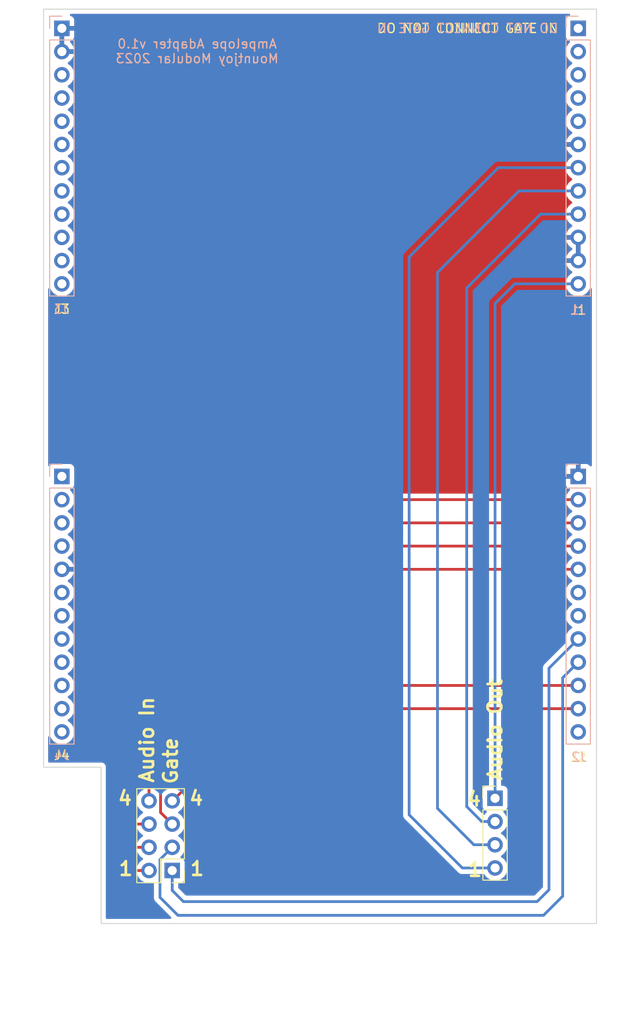
<source format=kicad_pcb>
(kicad_pcb (version 20211014) (generator pcbnew)
  (layers (0 "F.Cu" signal) (31 "B.Cu" signal) (34 "B.Paste" user) (35 "F.Paste" user) (36 "B.SilkS" user "B.Silkscreen") (37 "F.SilkS" user "F.Silkscreen") (38 "B.Mask" user) (39 "F.Mask" user) (44 "Edge.Cuts" user))
  (net 0 "")
  (net 1 "GND")
  (net 2 "/Gate_In")
  (net 3 "/Gate1_In")
  (net 4 "/Gate2_In")
  (net 5 "/Gate3_In")
  (net 6 "/Gate4_In")
  (net 7 "/Audio1_In")
  (net 8 "/Audio2_In")
  (net 9 "/Audio3_In")
  (net 10 "/Audio4_In")
  (net 11 "/Audio1_Out")
  (net 12 "/Audio2_Out")
  (net 13 "/Audio3_Out")
  (net 14 "/Audio4_Out")
  (net 15 "+3V3")
  (net 16 "/Led1_Out")
  (net 17 "/Led2_Out")
  (net 18 "/Led3_Out")
  (net 19 "/Led4_Out")
  (net 20 "/Env1_Out")
  (net 21 "/Clock_In")
  (net 22 "/Env3_Out")
  (net 23 "/LFO_Speed")
  (net 24 "/Env1_Short")
  (net 25 "/Env1_LFO")
  (net 26 "/Env2_Short")
  (net 27 "/Env2_LFO")
  (net 28 "/Env3_Short")
  (net 29 "/Env3_LFO")
  (net 30 "/Env4_Short")
  (net 31 "/Env4_LFO")
  (net 32 "/EnvA_Attack")
  (net 33 "/EnvA_Decay")
  (net 34 "/EnvA_Release")
  (net 35 "/EnvA_Sustain")
  (net 36 "/EnvB_Attack")
  (net 37 "/EnvB_Decay")
  (net 38 "/EnvB_Release")
  (net 39 "/EnvB_Sustain")
  (footprint "Connector_PinHeader_2.54mm:PinHeader_1x04_P2.54mm_Vertical" (layer "F.Cu") (at 149.4 136.3)
    (fp_text reference "J6" hide)
    (fp_text value "Filter_Connector")
    (fp_line (start -1.33 1.27) (end -1.33 8.95) (layer "F.SilkS") (width 0.12))
    (fp_line (start 1.33 1.27) (end 1.33 8.95) (layer "F.SilkS") (width 0.12))
    (fp_line (start -1.33 8.95) (end 1.33 8.95) (layer "F.SilkS") (width 0.12))
    (fp_line (start -1.33 0) (end -1.33 -1.33) (layer "F.SilkS") (width 0.12))
    (fp_line (start -1.33 1.27) (end 1.33 1.27) (layer "F.SilkS") (width 0.12))
    (fp_line (start -1.33 -1.33) (end 0 -1.33) (layer "F.SilkS") (width 0.12))
    (pad "1" thru_hole rect (at 0 0) (size 1.7 1.7) (drill 1) (layers *.Cu *.Mask) (net 11 "/Audio1_Out"))
    (pad "2" thru_hole oval (at 0 2.54) (size 1.7 1.7) (drill 1) (layers *.Cu *.Mask) (net 12 "/Audio2_Out"))
    (pad "3" thru_hole oval (at 0 5.08) (size 1.7 1.7) (drill 1) (layers *.Cu *.Mask) (net 13 "/Audio3_Out"))
    (pad "4" thru_hole oval (at 0 7.62) (size 1.7 1.7) (drill 1) (layers *.Cu *.Mask) (net 14 "/Audio4_Out"))
  )
  (footprint "Connector_PinHeader_2.54mm:PinHeader_2x04_P2.54mm_Vertical" (layer "F.Cu") (at 114.075 144.2 180)
    (fp_text reference "J5" hide)
    (fp_text value "Midi_Board_Connector")
    (fp_line (start -1.33 1.27) (end 1.27 1.27) (layer "F.SilkS") (width 0.12))
    (fp_line (start -1.33 8.95) (end 3.87 8.95) (layer "F.SilkS") (width 0.12))
    (fp_line (start -1.33 -1.33) (end 0 -1.33) (layer "F.SilkS") (width 0.12))
    (fp_line (start -1.33 0) (end -1.33 -1.33) (layer "F.SilkS") (width 0.12))
    (fp_line (start 1.27 -1.33) (end 3.87 -1.33) (layer "F.SilkS") (width 0.12))
    (fp_line (start 1.27 1.27) (end 1.27 -1.33) (layer "F.SilkS") (width 0.12))
    (fp_line (start -1.33 1.27) (end -1.33 8.95) (layer "F.SilkS") (width 0.12))
    (fp_line (start 3.87 -1.33) (end 3.87 8.95) (layer "F.SilkS") (width 0.12))
    (pad "1" thru_hole rect (at 0 0 180) (size 1.7 1.7) (drill 1) (layers *.Cu *.Mask) (net 3 "/Gate1_In"))
    (pad "2" thru_hole oval (at 2.54 0 180) (size 1.7 1.7) (drill 1) (layers *.Cu *.Mask) (net 7 "/Audio1_In"))
    (pad "3" thru_hole oval (at 0 2.54 180) (size 1.7 1.7) (drill 1) (layers *.Cu *.Mask) (net 4 "/Gate2_In"))
    (pad "4" thru_hole oval (at 2.54 2.54 180) (size 1.7 1.7) (drill 1) (layers *.Cu *.Mask) (net 8 "/Audio2_In"))
    (pad "5" thru_hole oval (at 0 5.08 180) (size 1.7 1.7) (drill 1) (layers *.Cu *.Mask) (net 5 "/Gate3_In"))
    (pad "6" thru_hole oval (at 2.54 5.08 180) (size 1.7 1.7) (drill 1) (layers *.Cu *.Mask) (net 9 "/Audio3_In"))
    (pad "7" thru_hole oval (at 0 7.62 180) (size 1.7 1.7) (drill 1) (layers *.Cu *.Mask) (net 6 "/Gate4_In"))
    (pad "8" thru_hole oval (at 2.54 7.62 180) (size 1.7 1.7) (drill 1) (layers *.Cu *.Mask) (net 10 "/Audio4_In"))
  )
  (footprint "Connector_PinSocket_2.54mm:PinSocket_1x12_P2.54mm_Vertical" (layer "B.Cu") (at 158.5 101.1 180)
    (fp_text reference "J2" (at -0.1 -30.7) (layer "B.SilkS") (effects (justify mirror)))
    (fp_text value "Conn_01x12_Male")
    (fp_line (start -1.33 -1.27) (end 1.33 -1.27) (layer "B.SilkS") (width 0.12))
    (fp_line (start -1.33 -29.27) (end 1.33 -29.27) (layer "B.SilkS") (width 0.12))
    (fp_line (start 0 1.33) (end 1.33 1.33) (layer "B.SilkS") (width 0.12))
    (fp_line (start 1.33 -1.27) (end 1.33 -29.27) (layer "B.SilkS") (width 0.12))
    (fp_line (start -1.33 -1.27) (end -1.33 -29.27) (layer "B.SilkS") (width 0.12))
    (fp_line (start 1.33 1.33) (end 1.33 0) (layer "B.SilkS") (width 0.12))
    (pad "1" thru_hole rect (at 0 0 180) (size 1.7 1.7) (drill 1) (layers *.Cu *.Mask) (net 1 "GND"))
    (pad "2" thru_hole oval (at 0 -2.54 180) (size 1.7 1.7) (drill 1) (layers *.Cu *.Mask) (net 7 "/Audio1_In"))
    (pad "3" thru_hole oval (at 0 -5.08 180) (size 1.7 1.7) (drill 1) (layers *.Cu *.Mask) (net 8 "/Audio2_In"))
    (pad "4" thru_hole oval (at 0 -7.62 180) (size 1.7 1.7) (drill 1) (layers *.Cu *.Mask) (net 9 "/Audio3_In"))
    (pad "5" thru_hole oval (at 0 -10.16 180) (size 1.7 1.7) (drill 1) (layers *.Cu *.Mask) (net 10 "/Audio4_In"))
    (pad "6" thru_hole oval (at 0 -12.7 180) (size 1.7 1.7) (drill 1) (layers *.Cu *.Mask) (net 23 "/LFO_Speed"))
    (pad "7" thru_hole oval (at 0 -15.24 180) (size 1.7 1.7) (drill 1) (layers *.Cu *.Mask) (net 30 "/Env4_Short"))
    (pad "8" thru_hole oval (at 0 -17.78 180) (size 1.7 1.7) (drill 1) (layers *.Cu *.Mask) (net 3 "/Gate1_In"))
    (pad "9" thru_hole oval (at 0 -20.32 180) (size 1.7 1.7) (drill 1) (layers *.Cu *.Mask) (net 4 "/Gate2_In"))
    (pad "10" thru_hole oval (at 0 -22.86 180) (size 1.7 1.7) (drill 1) (layers *.Cu *.Mask) (net 5 "/Gate3_In"))
    (pad "11" thru_hole oval (at 0 -25.4 180) (size 1.7 1.7) (drill 1) (layers *.Cu *.Mask) (net 6 "/Gate4_In"))
    (pad "12" thru_hole oval (at 0 -27.94 180) (size 1.7 1.7) (drill 1) (layers *.Cu *.Mask) (net 21 "/Clock_In"))
  )
  (footprint "Connector_PinSocket_2.54mm:PinSocket_1x12_P2.54mm_Vertical" (layer "B.Cu") (at 102 101.1 180)
    (fp_text reference "J4" (at 0 -30.5) (layer "B.SilkS") (effects (justify mirror)))
    (fp_text value "Conn_01x12_Male")
    (fp_line (start -1.33 -1.27) (end -1.33 -29.27) (layer "B.SilkS") (width 0.12))
    (fp_line (start 1.33 -1.27) (end 1.33 -29.27) (layer "B.SilkS") (width 0.12))
    (fp_line (start -1.33 -29.27) (end 1.33 -29.27) (layer "B.SilkS") (width 0.12))
    (fp_line (start 1.33 1.33) (end 1.33 0) (layer "B.SilkS") (width 0.12))
    (fp_line (start 0 1.33) (end 1.33 1.33) (layer "B.SilkS") (width 0.12))
    (fp_line (start -1.33 -1.27) (end 1.33 -1.27) (layer "B.SilkS") (width 0.12))
    (pad "1" thru_hole rect (at 0 0 180) (size 1.7 1.7) (drill 1) (layers *.Cu *.Mask) (net 32 "/EnvA_Attack"))
    (pad "2" thru_hole oval (at 0 -2.54 180) (size 1.7 1.7) (drill 1) (layers *.Cu *.Mask) (net 33 "/EnvA_Decay"))
    (pad "3" thru_hole oval (at 0 -5.08 180) (size 1.7 1.7) (drill 1) (layers *.Cu *.Mask) (net 35 "/EnvA_Sustain"))
    (pad "4" thru_hole oval (at 0 -7.62 180) (size 1.7 1.7) (drill 1) (layers *.Cu *.Mask) (net 34 "/EnvA_Release"))
    (pad "5" thru_hole oval (at 0 -10.16 180) (size 1.7 1.7) (drill 1) (layers *.Cu *.Mask) (net 1 "GND"))
    (pad "6" thru_hole oval (at 0 -12.7 180) (size 1.7 1.7) (drill 1) (layers *.Cu *.Mask) (net 25 "/Env1_LFO"))
    (pad "7" thru_hole oval (at 0 -15.24 180) (size 1.7 1.7) (drill 1) (layers *.Cu *.Mask) (net 24 "/Env1_Short"))
    (pad "8" thru_hole oval (at 0 -17.78 180) (size 1.7 1.7) (drill 1) (layers *.Cu *.Mask) (net 27 "/Env2_LFO"))
    (pad "9" thru_hole oval (at 0 -20.32 180) (size 1.7 1.7) (drill 1) (layers *.Cu *.Mask) (net 26 "/Env2_Short"))
    (pad "10" thru_hole oval (at 0 -22.86 180) (size 1.7 1.7) (drill 1) (layers *.Cu *.Mask) (net 29 "/Env3_LFO"))
    (pad "11" thru_hole oval (at 0 -25.4 180) (size 1.7 1.7) (drill 1) (layers *.Cu *.Mask) (net 28 "/Env3_Short"))
    (pad "12" thru_hole oval (at 0 -27.94 180) (size 1.7 1.7) (drill 1) (layers *.Cu *.Mask) (net 31 "/Env4_LFO"))
  )
  (footprint "Connector_PinSocket_2.54mm:PinSocket_1x12_P2.54mm_Vertical" (layer "B.Cu") (at 158.5 52.1 180)
    (fp_text reference "J1" (at 0 -30.8) (layer "B.SilkS") (effects (justify mirror)))
    (fp_text value "Conn_01x12_Male")
    (fp_line (start -1.33 -1.27) (end 1.33 -1.27) (layer "B.SilkS") (width 0.12))
    (fp_line (start 1.33 1.33) (end 1.33 0) (layer "B.SilkS") (width 0.12))
    (fp_line (start 0 1.33) (end 1.33 1.33) (layer "B.SilkS") (width 0.12))
    (fp_line (start 1.33 -1.27) (end 1.33 -29.27) (layer "B.SilkS") (width 0.12))
    (fp_line (start -1.33 -29.27) (end 1.33 -29.27) (layer "B.SilkS") (width 0.12))
    (fp_line (start -1.33 -1.27) (end -1.33 -29.27) (layer "B.SilkS") (width 0.12))
    (pad "1" thru_hole rect (at 0 0 180) (size 1.7 1.7) (drill 1) (layers *.Cu *.Mask) (net 2 "/Gate_In"))
    (pad "2" thru_hole oval (at 0 -2.54 180) (size 1.7 1.7) (drill 1) (layers *.Cu *.Mask) (net 15 "+3V3"))
    (pad "3" thru_hole oval (at 0 -5.08 180) (size 1.7 1.7) (drill 1) (layers *.Cu *.Mask) (net 15 "+3V3"))
    (pad "4" thru_hole oval (at 0 -7.62 180) (size 1.7 1.7) (drill 1) (layers *.Cu *.Mask) (net 15 "+3V3"))
    (pad "5" thru_hole oval (at 0 -10.16 180) (size 1.7 1.7) (drill 1) (layers *.Cu *.Mask) (net 15 "+3V3"))
    (pad "6" thru_hole oval (at 0 -12.7 180) (size 1.7 1.7) (drill 1) (layers *.Cu *.Mask) (net 1 "GND"))
    (pad "7" thru_hole oval (at 0 -15.24 180) (size 1.7 1.7) (drill 1) (layers *.Cu *.Mask) (net 14 "/Audio4_Out"))
    (pad "8" thru_hole oval (at 0 -17.78 180) (size 1.7 1.7) (drill 1) (layers *.Cu *.Mask) (net 13 "/Audio3_Out"))
    (pad "9" thru_hole oval (at 0 -20.32 180) (size 1.7 1.7) (drill 1) (layers *.Cu *.Mask) (net 12 "/Audio2_Out"))
    (pad "10" thru_hole oval (at 0 -22.86 180) (size 1.7 1.7) (drill 1) (layers *.Cu *.Mask) (net 1 "GND"))
    (pad "11" thru_hole oval (at 0 -25.4 180) (size 1.7 1.7) (drill 1) (layers *.Cu *.Mask) (net 1 "GND"))
    (pad "12" thru_hole oval (at 0 -27.94 180) (size 1.7 1.7) (drill 1) (layers *.Cu *.Mask) (net 11 "/Audio1_Out"))
  )
  (footprint "Connector_PinSocket_2.54mm:PinSocket_1x12_P2.54mm_Vertical" (layer "B.Cu") (at 102 52.1 180)
    (fp_text reference "J3" (at 0 -30.7) (layer "B.SilkS") (effects (justify mirror)))
    (fp_text value "Conn_01x12_Male")
    (fp_line (start -1.33 -29.27) (end 1.33 -29.27) (layer "B.SilkS") (width 0.12))
    (fp_line (start 0 1.33) (end 1.33 1.33) (layer "B.SilkS") (width 0.12))
    (fp_line (start 1.33 1.33) (end 1.33 0) (layer "B.SilkS") (width 0.12))
    (fp_line (start 1.33 -1.27) (end 1.33 -29.27) (layer "B.SilkS") (width 0.12))
    (fp_line (start -1.33 -1.27) (end 1.33 -1.27) (layer "B.SilkS") (width 0.12))
    (fp_line (start -1.33 -1.27) (end -1.33 -29.27) (layer "B.SilkS") (width 0.12))
    (pad "1" thru_hole rect (at 0 0 180) (size 1.7 1.7) (drill 1) (layers *.Cu *.Mask) (net 1 "GND"))
    (pad "2" thru_hole oval (at 0 -2.54 180) (size 1.7 1.7) (drill 1) (layers *.Cu *.Mask) (net 1 "GND"))
    (pad "3" thru_hole oval (at 0 -5.08 180) (size 1.7 1.7) (drill 1) (layers *.Cu *.Mask) (net 16 "/Led1_Out"))
    (pad "4" thru_hole oval (at 0 -7.62 180) (size 1.7 1.7) (drill 1) (layers *.Cu *.Mask) (net 20 "/Env1_Out"))
    (pad "5" thru_hole oval (at 0 -10.16 180) (size 1.7 1.7) (drill 1) (layers *.Cu *.Mask) (net 17 "/Led2_Out"))
    (pad "6" thru_hole oval (at 0 -12.7 180) (size 1.7 1.7) (drill 1) (layers *.Cu *.Mask) (net 19 "/Led4_Out"))
    (pad "7" thru_hole oval (at 0 -15.24 180) (size 1.7 1.7) (drill 1) (layers *.Cu *.Mask) (net 22 "/Env3_Out"))
    (pad "8" thru_hole oval (at 0 -17.78 180) (size 1.7 1.7) (drill 1) (layers *.Cu *.Mask) (net 18 "/Led3_Out"))
    (pad "9" thru_hole oval (at 0 -20.32 180) (size 1.7 1.7) (drill 1) (layers *.Cu *.Mask) (net 38 "/EnvB_Release"))
    (pad "10" thru_hole oval (at 0 -22.86 180) (size 1.7 1.7) (drill 1) (layers *.Cu *.Mask) (net 39 "/EnvB_Sustain"))
    (pad "11" thru_hole oval (at 0 -25.4 180) (size 1.7 1.7) (drill 1) (layers *.Cu *.Mask) (net 37 "/EnvB_Decay"))
    (pad "12" thru_hole oval (at 0 -27.94 180) (size 1.7 1.7) (drill 1) (layers *.Cu *.Mask) (net 36 "/EnvB_Attack"))
  )
  (gr_poly (pts (xy 160.5 150) (xy 106.3 150) (xy 106.3 132.9) (xy 100 132.9) (xy 100 50) (xy 160.5 50)) (layer "Edge.Cuts") (width 0.1) (fill none))
  (gr_text "DO NOT CONNECT GATE IN" (at 146.4 52.1) (layer "B.SilkS") (effects (font (size 1 1)) (justify mirror)))
  (gr_text "Ampelope Adapter v1.0\nMountjoy Modular 2023" (at 116.8 54.6) (layer "B.SilkS") (effects (font (size 1 1)) (justify mirror)))
  (gr_text "DO NOT CONNECT GATE IN" (at 146.4 52.1) (layer "F.SilkS") (effects (font (size 1 1))))
  (gr_text "4" (at 116.7 136.3) (layer "F.SilkS") (effects (font (size 1.5 1.5) (thickness 0.3))))
  (gr_text "Audio In" (at 111.3 129.9 90) (layer "F.SilkS") (effects (font (size 1.5 1.5) (thickness 0.3))))
  (gr_text "4" (at 147.1 136.4) (layer "F.SilkS") (effects (font (size 1.5 1.5) (thickness 0.3))))
  (gr_text "1" (at 116.8 144) (layer "F.SilkS") (effects (font (size 1.5 1.5) (thickness 0.3))))
  (gr_text "J3" (at 102 82.8) (layer "F.SilkS") (effects (font (size 1 1))))
  (gr_text "4" (at 108.9 136.3) (layer "F.SilkS") (effects (font (size 1.5 1.5) (thickness 0.3))))
  (gr_text "J2" (at 158.5 131.8) (layer "F.SilkS") (effects (font (size 1 1))))
  (gr_text "1" (at 109 144) (layer "F.SilkS") (effects (font (size 1.5 1.5) (thickness 0.3))))
  (gr_text "J4" (at 102 131.6) (layer "F.SilkS") (effects (font (size 1 1))))
  (gr_text "J1" (at 158.5 82.9) (layer "F.SilkS") (effects (font (size 1 1))))
  (gr_text "Gate" (at 113.9 132.2 90) (layer "F.SilkS") (effects (font (size 1.5 1.5) (thickness 0.3))))
  (gr_text "Audio Out" (at 149.4 128.8 90) (layer "F.SilkS") (effects (font (size 1.5 1.5) (thickness 0.3))))
  (gr_text "1" (at 147.2 144.1) (layer "F.SilkS") (effects (font (size 1.5 1.5) (thickness 0.3))))
  (segment (start 114.075 144.2) (end 114.075 146.375) (width 0.3) (layer "B.Cu") (net 3))
  (segment (start 154 147.6) (end 155.3 146.3) (width 0.3) (layer "B.Cu") (net 3))
  (segment (start 115.3 147.6) (end 154 147.6) (width 0.3) (layer "B.Cu") (net 3))
  (segment (start 114.075 146.375) (end 115.3 147.6) (width 0.3) (layer "B.Cu") (net 3))
  (segment (start 155.3 122.08) (end 158.5 118.88) (width 0.3) (layer "B.Cu") (net 3))
  (segment (start 155.3 146.3) (end 155.3 122.08) (width 0.3) (layer "B.Cu") (net 3))
  (segment (start 154.7 149.1) (end 114.7 149.1) (width 0.3) (layer "B.Cu") (net 4))
  (segment (start 114.7 149.1) (end 112.735 147.135) (width 0.3) (layer "B.Cu") (net 4))
  (segment (start 156.8 123.12) (end 156.8 147) (width 0.3) (layer "B.Cu") (net 4))
  (segment (start 156.8 147) (end 154.7 149.1) (width 0.3) (layer "B.Cu") (net 4))
  (segment (start 158.5 121.42) (end 156.8 123.12) (width 0.3) (layer "B.Cu") (net 4))
  (segment (start 112.735 143) (end 114.075 141.66) (width 0.3) (layer "B.Cu") (net 4))
  (segment (start 112.735 147.135) (end 112.735 143) (width 0.3) (layer "B.Cu") (net 4))
  (segment (start 120.74 123.96) (end 158.5 123.96) (width 0.3) (layer "F.Cu") (net 5))
  (segment (start 114.075 139.12) (end 112.8 137.845) (width 0.3) (layer "F.Cu") (net 5))
  (segment (start 112.8 137.845) (end 112.8 131.9) (width 0.3) (layer "F.Cu") (net 5))
  (segment (start 112.8 131.9) (end 120.74 123.96) (width 0.3) (layer "F.Cu") (net 5))
  (segment (start 114.075 136.58) (end 114.12 136.58) (width 0.3) (layer "F.Cu") (net 6))
  (segment (start 124.2 126.5) (end 158.5 126.5) (width 0.3) (layer "F.Cu") (net 6))
  (segment (start 114.12 136.58) (end 124.2 126.5) (width 0.3) (layer "F.Cu") (net 6))
  (segment (start 107.2 141.6) (end 109.8 144.2) (width 0.3) (layer "F.Cu") (net 7))
  (segment (start 109.8 144.2) (end 111.535 144.2) (width 0.3) (layer "F.Cu") (net 7))
  (segment (start 125.56 103.64) (end 107.2 122) (width 0.3) (layer "F.Cu") (net 7))
  (segment (start 158.5 103.64) (end 125.56 103.64) (width 0.3) (layer "F.Cu") (net 7))
  (segment (start 107.2 122) (end 107.2 141.6) (width 0.3) (layer "F.Cu") (net 7))
  (segment (start 109.46 141.66) (end 108.3 140.5) (width 0.3) (layer "F.Cu") (net 8))
  (segment (start 108.3 124.7) (end 126.82 106.18) (width 0.3) (layer "F.Cu") (net 8))
  (segment (start 111.535 141.66) (end 109.46 141.66) (width 0.3) (layer "F.Cu") (net 8))
  (segment (start 108.3 140.5) (end 108.3 124.7) (width 0.3) (layer "F.Cu") (net 8))
  (segment (start 126.82 106.18) (end 158.5 106.18) (width 0.3) (layer "F.Cu") (net 8))
  (segment (start 127.88 108.72) (end 158.5 108.72) (width 0.3) (layer "F.Cu") (net 9))
  (segment (start 109.3 127.3) (end 127.88 108.72) (width 0.3) (layer "F.Cu") (net 9))
  (segment (start 109.3 138.2) (end 109.3 127.3) (width 0.3) (layer "F.Cu") (net 9))
  (segment (start 111.535 139.12) (end 110.22 139.12) (width 0.3) (layer "F.Cu") (net 9))
  (segment (start 110.22 139.12) (end 109.3 138.2) (width 0.3) (layer "F.Cu") (net 9))
  (segment (start 111.535 136.58) (end 111.535 129.165) (width 0.3) (layer "F.Cu") (net 10))
  (segment (start 129.44 111.26) (end 158.5 111.26) (width 0.3) (layer "F.Cu") (net 10))
  (segment (start 111.535 129.165) (end 129.44 111.26) (width 0.3) (layer "F.Cu") (net 10))
  (segment (start 149.4 82.2) (end 151.56 80.04) (width 0.3) (layer "B.Cu") (net 11))
  (segment (start 151.56 80.04) (end 158.5 80.04) (width 0.3) (layer "B.Cu") (net 11))
  (segment (start 149.4 136.3) (end 149.4 82.2) (width 0.3) (layer "B.Cu") (net 11))
  (segment (start 149.4 138.84) (end 147.94 138.84) (width 0.3) (layer "B.Cu") (net 12))
  (segment (start 146.3 80.5) (end 154.38 72.42) (width 0.3) (layer "B.Cu") (net 12))
  (segment (start 154.38 72.42) (end 158.5 72.42) (width 0.3) (layer "B.Cu") (net 12))
  (segment (start 147.94 138.84) (end 146.3 137.2) (width 0.3) (layer "B.Cu") (net 12))
  (segment (start 146.3 137.2) (end 146.3 80.5) (width 0.3) (layer "B.Cu") (net 12))
  (segment (start 143.1 137.4) (end 143.1 78.8) (width 0.3) (layer "B.Cu") (net 13))
  (segment (start 147.08 141.38) (end 143.1 137.4) (width 0.3) (layer "B.Cu") (net 13))
  (segment (start 149.4 141.38) (end 147.08 141.38) (width 0.3) (layer "B.Cu") (net 13))
  (segment (start 143.1 78.8) (end 152.02 69.88) (width 0.3) (layer "B.Cu") (net 13))
  (segment (start 152.02 69.88) (end 158.5 69.88) (width 0.3) (layer "B.Cu") (net 13))
  (segment (start 140 77.1) (end 140 138.1) (width 0.3) (layer "B.Cu") (net 14))
  (segment (start 149.76 67.34) (end 140 77.1) (width 0.3) (layer "B.Cu") (net 14))
  (segment (start 140 138.1) (end 145.82 143.92) (width 0.3) (layer "B.Cu") (net 14))
  (segment (start 158.5 67.34) (end 149.76 67.34) (width 0.3) (layer "B.Cu") (net 14))
  (segment (start 145.82 143.92) (end 149.4 143.92) (width 0.3) (layer "B.Cu") (net 14))
  (zone (net 1) (net_name "GND") (layers F&B.Cu) (connect_pads (clearance 0.508)) (min_thickness 0.254) (fill yes (thermal_gap 0.508) (thermal_bridge_width 0.508))
    (polygon (pts (xy 161 161) (xy 99 161) (xy 99 49) (xy 161 49)))
  )
)
</source>
